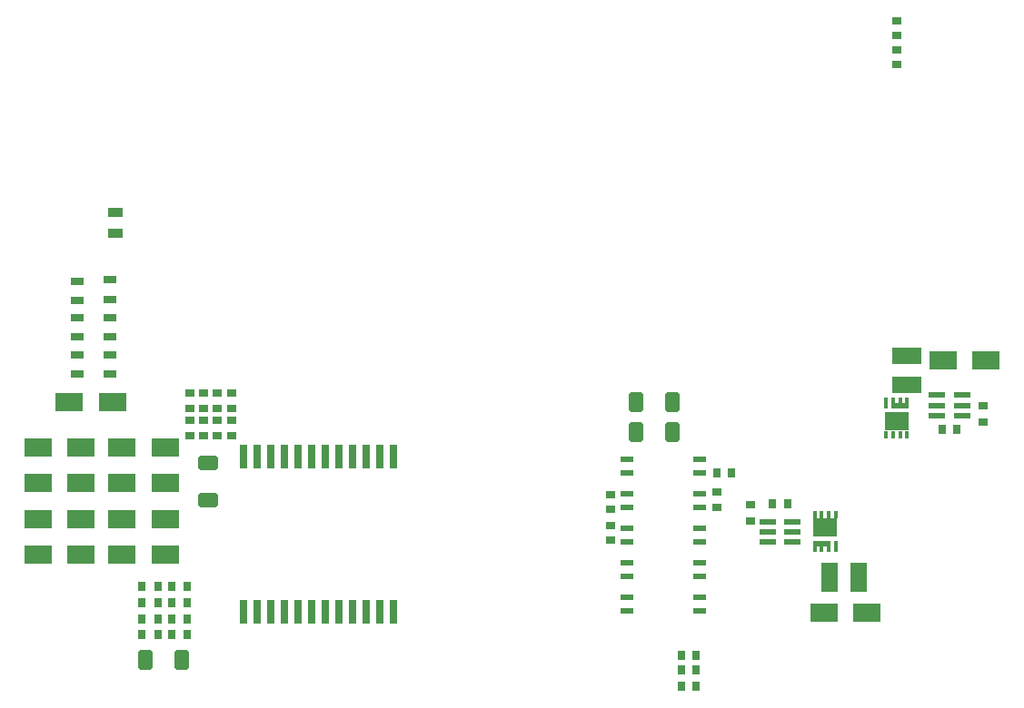
<source format=gtp>
G04*
G04 #@! TF.GenerationSoftware,Altium Limited,Altium Designer,21.9.2 (33)*
G04*
G04 Layer_Color=8421504*
%FSLAX25Y25*%
%MOIN*%
G70*
G04*
G04 #@! TF.SameCoordinates,7D1D80C0-A4A2-4293-B872-F3C3C3D81CEA*
G04*
G04*
G04 #@! TF.FilePolarity,Positive*
G04*
G01*
G75*
G04:AMPARAMS|DCode=17|XSize=35.43mil|YSize=27.56mil|CornerRadius=3.45mil|HoleSize=0mil|Usage=FLASHONLY|Rotation=0.000|XOffset=0mil|YOffset=0mil|HoleType=Round|Shape=RoundedRectangle|*
%AMROUNDEDRECTD17*
21,1,0.03543,0.02067,0,0,0.0*
21,1,0.02854,0.02756,0,0,0.0*
1,1,0.00689,0.01427,-0.01034*
1,1,0.00689,-0.01427,-0.01034*
1,1,0.00689,-0.01427,0.01034*
1,1,0.00689,0.01427,0.01034*
%
%ADD17ROUNDEDRECTD17*%
%ADD18R,0.02756X0.03543*%
G04:AMPARAMS|DCode=19|XSize=57.09mil|YSize=23.23mil|CornerRadius=2.9mil|HoleSize=0mil|Usage=FLASHONLY|Rotation=0.000|XOffset=0mil|YOffset=0mil|HoleType=Round|Shape=RoundedRectangle|*
%AMROUNDEDRECTD19*
21,1,0.05709,0.01742,0,0,0.0*
21,1,0.05128,0.02323,0,0,0.0*
1,1,0.00581,0.02564,-0.00871*
1,1,0.00581,-0.02564,-0.00871*
1,1,0.00581,-0.02564,0.00871*
1,1,0.00581,0.02564,0.00871*
%
%ADD19ROUNDEDRECTD19*%
%ADD20R,0.09016X0.06732*%
%ADD21R,0.06457X0.01968*%
%ADD22R,0.01339X0.03937*%
%ADD23R,0.01339X0.03150*%
%ADD24R,0.09843X0.06693*%
%ADD25R,0.10709X0.06024*%
%ADD26R,0.03543X0.02756*%
%ADD27R,0.06024X0.10709*%
%ADD28R,0.04800X0.02200*%
G04:AMPARAMS|DCode=29|XSize=72.84mil|YSize=53.15mil|CornerRadius=6.64mil|HoleSize=0mil|Usage=FLASHONLY|Rotation=90.000|XOffset=0mil|YOffset=0mil|HoleType=Round|Shape=RoundedRectangle|*
%AMROUNDEDRECTD29*
21,1,0.07284,0.03986,0,0,90.0*
21,1,0.05955,0.05315,0,0,90.0*
1,1,0.01329,0.01993,0.02977*
1,1,0.01329,0.01993,-0.02977*
1,1,0.01329,-0.01993,-0.02977*
1,1,0.01329,-0.01993,0.02977*
%
%ADD29ROUNDEDRECTD29*%
G04:AMPARAMS|DCode=30|XSize=35.43mil|YSize=27.56mil|CornerRadius=3.45mil|HoleSize=0mil|Usage=FLASHONLY|Rotation=90.000|XOffset=0mil|YOffset=0mil|HoleType=Round|Shape=RoundedRectangle|*
%AMROUNDEDRECTD30*
21,1,0.03543,0.02067,0,0,90.0*
21,1,0.02854,0.02756,0,0,90.0*
1,1,0.00689,0.01034,0.01427*
1,1,0.00689,0.01034,-0.01427*
1,1,0.00689,-0.01034,-0.01427*
1,1,0.00689,-0.01034,0.01427*
%
%ADD30ROUNDEDRECTD30*%
%ADD31R,0.02992X0.09016*%
G04:AMPARAMS|DCode=32|XSize=72.84mil|YSize=53.15mil|CornerRadius=6.64mil|HoleSize=0mil|Usage=FLASHONLY|Rotation=180.000|XOffset=0mil|YOffset=0mil|HoleType=Round|Shape=RoundedRectangle|*
%AMROUNDEDRECTD32*
21,1,0.07284,0.03986,0,0,180.0*
21,1,0.05955,0.05315,0,0,180.0*
1,1,0.01329,-0.02977,0.01993*
1,1,0.01329,0.02977,0.01993*
1,1,0.01329,0.02977,-0.01993*
1,1,0.01329,-0.02977,-0.01993*
%
%ADD32ROUNDEDRECTD32*%
%ADD33R,0.09843X0.06693*%
%ADD34R,0.04724X0.03150*%
%ADD35R,0.05433X0.03622*%
D17*
X267717Y82480D02*
D03*
Y76575D02*
D03*
X352756Y118701D02*
D03*
Y112795D02*
D03*
X77165Y113583D02*
D03*
Y107677D02*
D03*
X72047Y113583D02*
D03*
Y107677D02*
D03*
X66929Y113583D02*
D03*
Y107677D02*
D03*
X61811Y113583D02*
D03*
Y107677D02*
D03*
D18*
X281102Y82677D02*
D03*
X275590D02*
D03*
X337795Y110236D02*
D03*
X343307D02*
D03*
X255118Y94095D02*
D03*
X260630D02*
D03*
X60827Y52362D02*
D03*
X55315D02*
D03*
X60827Y46457D02*
D03*
X55315D02*
D03*
X60827Y40551D02*
D03*
X55315D02*
D03*
X60827Y34646D02*
D03*
X55315D02*
D03*
X247638Y27165D02*
D03*
X242126D02*
D03*
X247638Y21654D02*
D03*
X242126D02*
D03*
X247638Y15748D02*
D03*
X242126D02*
D03*
D19*
X273799Y76181D02*
D03*
Y72441D02*
D03*
Y68701D02*
D03*
X282894D02*
D03*
Y72441D02*
D03*
Y76181D02*
D03*
X345098Y115157D02*
D03*
Y118898D02*
D03*
Y122638D02*
D03*
X336004D02*
D03*
Y118898D02*
D03*
Y115157D02*
D03*
D20*
X321161Y113012D02*
D03*
D03*
D03*
D03*
X294980Y73996D02*
D03*
D03*
D03*
D03*
D21*
X322441Y118898D02*
D03*
D03*
D03*
X293701Y68110D02*
D03*
D03*
D03*
D22*
X317323Y119882D02*
D03*
X319882D02*
D03*
X322441D02*
D03*
X325000D02*
D03*
X291142Y67126D02*
D03*
X293701D02*
D03*
X296260D02*
D03*
X298819D02*
D03*
D23*
X317323Y108071D02*
D03*
X319882D02*
D03*
X322441D02*
D03*
X325000D02*
D03*
X291142Y78937D02*
D03*
X293701D02*
D03*
X296260D02*
D03*
X298819D02*
D03*
D24*
X338189Y135433D02*
D03*
X353937D02*
D03*
X294488Y42913D02*
D03*
X310236D02*
D03*
D25*
X324803Y137169D02*
D03*
Y126610D02*
D03*
D26*
X321391Y254724D02*
D03*
Y260236D02*
D03*
Y249606D02*
D03*
Y244094D02*
D03*
X255118Y87008D02*
D03*
Y81496D02*
D03*
X216142Y69291D02*
D03*
Y74803D02*
D03*
Y80709D02*
D03*
Y86221D02*
D03*
X77165Y117913D02*
D03*
Y123425D02*
D03*
X72047Y117913D02*
D03*
Y123425D02*
D03*
X66929Y117913D02*
D03*
Y123425D02*
D03*
X61811Y117913D02*
D03*
Y123425D02*
D03*
D27*
X307248Y55905D02*
D03*
X296689D02*
D03*
D28*
X248783Y48563D02*
D03*
Y43563D02*
D03*
X222083D02*
D03*
Y48563D02*
D03*
X248783Y61161D02*
D03*
Y56161D02*
D03*
X222083D02*
D03*
Y61161D02*
D03*
X248783Y73760D02*
D03*
Y68760D02*
D03*
X222083D02*
D03*
Y73760D02*
D03*
Y81358D02*
D03*
Y86358D02*
D03*
X248783D02*
D03*
Y81358D02*
D03*
X222083Y93957D02*
D03*
Y98957D02*
D03*
X248783D02*
D03*
Y93957D02*
D03*
D29*
X225590Y120079D02*
D03*
X238976D02*
D03*
X225590Y109252D02*
D03*
X238976D02*
D03*
X59055Y25591D02*
D03*
X45669D02*
D03*
D30*
X44291Y52362D02*
D03*
X50197D02*
D03*
X44291Y46457D02*
D03*
X50197D02*
D03*
X44291Y40551D02*
D03*
X50197D02*
D03*
X44291Y34646D02*
D03*
X50197D02*
D03*
D31*
X136555Y43150D02*
D03*
X131555D02*
D03*
X126555D02*
D03*
X121555D02*
D03*
X116555D02*
D03*
X111555D02*
D03*
X106555D02*
D03*
X101555D02*
D03*
X96555D02*
D03*
X91555D02*
D03*
X86555D02*
D03*
X81555D02*
D03*
Y100157D02*
D03*
X86555D02*
D03*
X91555D02*
D03*
X96555D02*
D03*
X101555D02*
D03*
X106555D02*
D03*
X111555D02*
D03*
X116555D02*
D03*
X121555D02*
D03*
X126555D02*
D03*
X131555D02*
D03*
X136555D02*
D03*
D32*
X68504Y84252D02*
D03*
Y97638D02*
D03*
D33*
X21850Y63976D02*
D03*
X6102D02*
D03*
X21850Y77165D02*
D03*
X6102D02*
D03*
Y90354D02*
D03*
X21850D02*
D03*
X37008Y63976D02*
D03*
X52756D02*
D03*
X37008Y77165D02*
D03*
X52756D02*
D03*
X52756Y90354D02*
D03*
X37008D02*
D03*
X52756Y103543D02*
D03*
X37008D02*
D03*
X6102D02*
D03*
X21850D02*
D03*
X17717Y120079D02*
D03*
X33465D02*
D03*
D34*
X20669Y144095D02*
D03*
Y151181D02*
D03*
Y130315D02*
D03*
Y137402D02*
D03*
X32480Y130315D02*
D03*
Y137402D02*
D03*
X32480Y144095D02*
D03*
Y151181D02*
D03*
Y157874D02*
D03*
Y164961D02*
D03*
X20669Y157480D02*
D03*
Y164567D02*
D03*
D35*
X34449Y189784D02*
D03*
Y182264D02*
D03*
M02*

</source>
